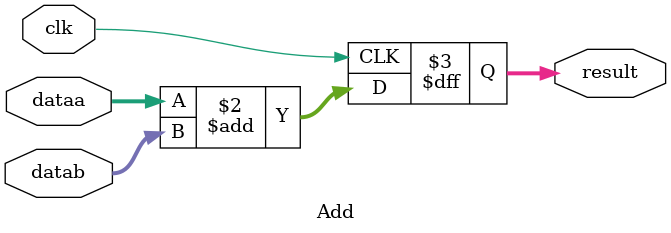
<source format=v>
module Add(
	input	wire	clk,
	input	wire	[15:0]	dataa,
	input	wire	[15:0]	datab,
	output 	reg		[31:0]	result
);
	
	always @(posedge clk)
	begin
		result	= dataa + datab;
	end

endmodule
</source>
